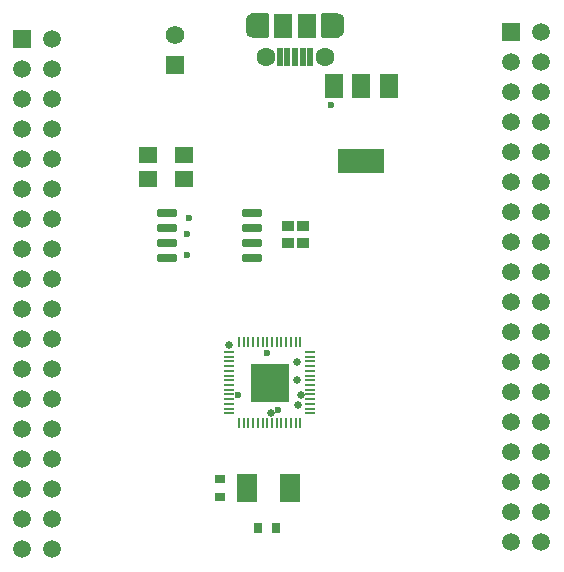
<source format=gbr>
%TF.GenerationSoftware,Altium Limited,Altium Designer,24.10.1 (45)*%
G04 Layer_Color=8388736*
%FSLAX45Y45*%
%MOMM*%
%TF.SameCoordinates,4DA1E9EC-797C-4A4C-9375-46A5AD340D12*%
%TF.FilePolarity,Negative*%
%TF.FileFunction,Soldermask,Top*%
%TF.Part,Single*%
G01*
G75*
%TA.AperFunction,SMDPad,CuDef*%
%ADD15R,0.81280X0.17780*%
%ADD16R,0.17780X0.81280*%
%ADD17R,3.20040X3.20040*%
%ADD18R,0.90000X0.80000*%
%ADD21R,1.70000X2.40000*%
%ADD22R,0.80000X0.90000*%
%TA.AperFunction,ComponentPad*%
%ADD34C,1.57000*%
%ADD35R,1.57000X1.57000*%
%TA.AperFunction,NonConductor*%
%ADD51C,0.65000*%
%TA.AperFunction,SMDPad,CuDef*%
%ADD52R,0.55000X1.50000*%
%ADD53R,1.65000X2.05000*%
%ADD54R,3.95000X2.15000*%
%ADD55R,1.65000X2.15000*%
%ADD56R,1.60000X1.35000*%
G04:AMPARAMS|DCode=57|XSize=1.76mm|YSize=0.73mm|CornerRadius=0.1475mm|HoleSize=0mm|Usage=FLASHONLY|Rotation=0.000|XOffset=0mm|YOffset=0mm|HoleType=Round|Shape=RoundedRectangle|*
%AMROUNDEDRECTD57*
21,1,1.76000,0.43500,0,0,0.0*
21,1,1.46500,0.73000,0,0,0.0*
1,1,0.29500,0.73250,-0.21750*
1,1,0.29500,-0.73250,-0.21750*
1,1,0.29500,-0.73250,0.21750*
1,1,0.29500,0.73250,0.21750*
%
%ADD57ROUNDEDRECTD57*%
%ADD58R,1.05000X0.85000*%
%TA.AperFunction,ComponentPad*%
%ADD59C,1.52000*%
%ADD60R,1.52000X1.52000*%
%ADD61C,1.60000*%
%TA.AperFunction,ViaPad*%
%ADD62C,0.60000*%
%ADD63C,0.65000*%
G36*
X2308177Y4842831D02*
X2309325Y4842555D01*
X2310415Y4842103D01*
X2311422Y4841486D01*
X2312320Y4840720D01*
X2313086Y4839822D01*
X2313703Y4838816D01*
X2314155Y4837725D01*
X2314430Y4836577D01*
X2314523Y4835400D01*
Y4645400D01*
X2314430Y4644223D01*
X2314155Y4643075D01*
X2313703Y4641984D01*
X2313086Y4640978D01*
X2312320Y4640080D01*
X2311422Y4639314D01*
X2310415Y4638697D01*
X2309325Y4638245D01*
X2308177Y4637969D01*
X2307000Y4637877D01*
X2177000D01*
X2175823Y4637969D01*
X2174675Y4638245D01*
X2173584Y4638697D01*
X2172578Y4639314D01*
X2171680Y4640080D01*
X2170914Y4640978D01*
X2170297Y4641984D01*
X2169845Y4643075D01*
X2169569Y4644223D01*
X2169477Y4645400D01*
Y4687874D01*
X2127002D01*
X2125825Y4687967D01*
X2124677Y4688242D01*
X2123587Y4688694D01*
X2122580Y4689311D01*
X2121814Y4689965D01*
X2121683Y4690077D01*
Y4690077D01*
X2121682D01*
X2121571Y4690208D01*
X2120916Y4690975D01*
X2120299Y4691981D01*
X2119847Y4693072D01*
X2119572Y4694220D01*
X2119479Y4695397D01*
X2119477Y4785400D01*
D01*
Y4785400D01*
X2119569Y4786577D01*
X2119845Y4787725D01*
X2120296Y4788815D01*
X2120913Y4789822D01*
X2121568Y4790588D01*
X2121680Y4790719D01*
X2121680D01*
Y4790720D01*
X2121811Y4790831D01*
X2122577Y4791486D01*
X2123584Y4792103D01*
X2124675Y4792555D01*
X2125823Y4792830D01*
X2127000Y4792923D01*
D01*
X2127000D01*
X2169477D01*
Y4835400D01*
X2169569Y4836577D01*
X2169845Y4837725D01*
X2170297Y4838816D01*
X2170914Y4839822D01*
X2171680Y4840720D01*
X2172578Y4841486D01*
X2173584Y4842103D01*
X2174675Y4842555D01*
X2175823Y4842831D01*
X2177000Y4842923D01*
X2307000D01*
X2308177Y4842831D01*
D02*
G37*
G36*
X2898177D02*
X2899325Y4842555D01*
X2900416Y4842103D01*
X2901422Y4841486D01*
X2902320Y4840720D01*
X2903086Y4839822D01*
X2903703Y4838816D01*
X2904155Y4837725D01*
X2904431Y4836577D01*
X2904523Y4835400D01*
Y4792926D01*
X2946998D01*
X2948175Y4792833D01*
X2949323Y4792558D01*
X2950413Y4792106D01*
X2951420Y4791489D01*
X2952186Y4790835D01*
X2952317Y4790723D01*
Y4790722D01*
X2952318D01*
X2952429Y4790592D01*
X2953084Y4789825D01*
X2953701Y4788818D01*
X2954153Y4787728D01*
X2954428Y4786580D01*
X2954521Y4785403D01*
X2954523Y4695400D01*
D01*
Y4695400D01*
X2954431Y4694223D01*
X2954155Y4693075D01*
X2953704Y4691985D01*
X2953087Y4690978D01*
X2952432Y4690212D01*
X2952320Y4690081D01*
X2952320D01*
Y4690080D01*
X2952189Y4689969D01*
X2951423Y4689314D01*
X2950416Y4688697D01*
X2949325Y4688245D01*
X2948177Y4687970D01*
X2947000Y4687877D01*
D01*
X2947000D01*
X2904523D01*
Y4645400D01*
X2904431Y4644223D01*
X2904155Y4643075D01*
X2903703Y4641984D01*
X2903086Y4640978D01*
X2902320Y4640080D01*
X2901422Y4639314D01*
X2900416Y4638697D01*
X2899325Y4638245D01*
X2898177Y4637969D01*
X2897000Y4637877D01*
X2767000D01*
X2765823Y4637969D01*
X2764675Y4638245D01*
X2763585Y4638697D01*
X2762578Y4639314D01*
X2761680Y4640080D01*
X2760914Y4640978D01*
X2760297Y4641984D01*
X2759845Y4643075D01*
X2759570Y4644223D01*
X2759477Y4645400D01*
Y4835400D01*
X2759570Y4836577D01*
X2759845Y4837725D01*
X2760297Y4838816D01*
X2760914Y4839822D01*
X2761680Y4840720D01*
X2762578Y4841486D01*
X2763585Y4842103D01*
X2764675Y4842555D01*
X2765823Y4842831D01*
X2767000Y4842923D01*
X2897000D01*
X2898177Y4842831D01*
D02*
G37*
D15*
X1981540Y1977040D02*
D03*
Y1937040D02*
D03*
Y1897040D02*
D03*
Y1857040D02*
D03*
Y1817040D02*
D03*
Y1777040D02*
D03*
Y1737040D02*
D03*
Y1697040D02*
D03*
Y1657040D02*
D03*
Y1617040D02*
D03*
Y1577040D02*
D03*
Y1537040D02*
D03*
Y1497040D02*
D03*
Y1457040D02*
D03*
X2662260D02*
D03*
Y1497040D02*
D03*
Y1537040D02*
D03*
Y1577040D02*
D03*
Y1617040D02*
D03*
Y1657040D02*
D03*
Y1697040D02*
D03*
Y1737040D02*
D03*
Y1777040D02*
D03*
Y1817040D02*
D03*
Y1857040D02*
D03*
Y1897040D02*
D03*
Y1937040D02*
D03*
Y1977040D02*
D03*
D16*
X2061900Y1376680D02*
D03*
X2101900D02*
D03*
X2141900D02*
D03*
X2181900D02*
D03*
X2221900D02*
D03*
X2261900D02*
D03*
X2301900D02*
D03*
X2341900D02*
D03*
X2381900D02*
D03*
X2421900D02*
D03*
X2461900D02*
D03*
X2501900D02*
D03*
X2541900D02*
D03*
X2581900D02*
D03*
Y2057400D02*
D03*
X2541900D02*
D03*
X2501900D02*
D03*
X2461900D02*
D03*
X2421900D02*
D03*
X2381900D02*
D03*
X2341900D02*
D03*
X2301900D02*
D03*
X2261900D02*
D03*
X2221900D02*
D03*
X2181900D02*
D03*
X2141900D02*
D03*
X2101900D02*
D03*
X2061900D02*
D03*
D17*
X2321900Y1717040D02*
D03*
D18*
X1905000Y899299D02*
D03*
Y749300D02*
D03*
D21*
X2126400Y825500D02*
D03*
X2496400D02*
D03*
D22*
X2223701Y482600D02*
D03*
X2373699D02*
D03*
D34*
X1524000Y4660900D02*
D03*
D35*
Y4406900D02*
D03*
D51*
X2922000Y4785400D02*
G03*
X2922000Y4785400I-25000J0D01*
G01*
Y4695400D02*
G03*
X2922000Y4695400I-25000J0D01*
G01*
X2202000Y4785400D02*
G03*
X2202000Y4785400I-25000J0D01*
G01*
Y4695400D02*
G03*
X2202000Y4695400I-25000J0D01*
G01*
D52*
X2667000Y4470400D02*
D03*
X2602000D02*
D03*
X2537000D02*
D03*
X2472000D02*
D03*
X2407000D02*
D03*
D53*
X2637000Y4740400D02*
D03*
X2437000D02*
D03*
D54*
X3098800Y3596600D02*
D03*
D55*
X2868800Y4226600D02*
D03*
X3098800D02*
D03*
X3328800D02*
D03*
D56*
X1600200Y3443300D02*
D03*
Y3643300D02*
D03*
X1295400Y3443300D02*
D03*
Y3643300D02*
D03*
D57*
X2171700Y3149600D02*
D03*
Y3022600D02*
D03*
Y2895600D02*
D03*
Y2768600D02*
D03*
X1450700D02*
D03*
Y2895600D02*
D03*
Y3022600D02*
D03*
Y3149600D02*
D03*
D58*
X2476500Y2901800D02*
D03*
Y3041800D02*
D03*
X2603500Y2901800D02*
D03*
Y3041800D02*
D03*
D59*
X4622800Y368300D02*
D03*
X4368800D02*
D03*
X4622800Y622300D02*
D03*
X4368800D02*
D03*
X4622800Y876300D02*
D03*
X4368800D02*
D03*
X4622800Y1130300D02*
D03*
X4368800D02*
D03*
X4622800Y1384300D02*
D03*
X4368800D02*
D03*
X4622800Y1638300D02*
D03*
X4368800D02*
D03*
X4622800Y1892300D02*
D03*
X4368800D02*
D03*
X4622800Y2146300D02*
D03*
X4368800D02*
D03*
X4622800Y2400300D02*
D03*
X4368800D02*
D03*
X4622800Y2654300D02*
D03*
X4368800D02*
D03*
X4622800Y2908300D02*
D03*
X4368800D02*
D03*
X4622800Y3162300D02*
D03*
X4368800D02*
D03*
X4622800Y3416300D02*
D03*
X4368800D02*
D03*
X4622800Y3670300D02*
D03*
X4368800D02*
D03*
X4622800Y3924300D02*
D03*
X4368800D02*
D03*
X4622800Y4178300D02*
D03*
X4368800D02*
D03*
X4622800Y4432300D02*
D03*
X4368800D02*
D03*
X4622800Y4686300D02*
D03*
X482600Y4622800D02*
D03*
X228600Y4368800D02*
D03*
X482600D02*
D03*
X228600Y4114800D02*
D03*
X482600D02*
D03*
X228600Y3860800D02*
D03*
X482600D02*
D03*
X228600Y3606800D02*
D03*
X482600D02*
D03*
X228600Y3352800D02*
D03*
X482600D02*
D03*
X228600Y3098800D02*
D03*
X482600D02*
D03*
X228600Y2844800D02*
D03*
X482600D02*
D03*
X228600Y2590800D02*
D03*
X482600D02*
D03*
X228600Y2336800D02*
D03*
X482600D02*
D03*
X228600Y2082800D02*
D03*
X482600D02*
D03*
X228600Y1828800D02*
D03*
X482600D02*
D03*
X228600Y1574800D02*
D03*
X482600D02*
D03*
X228600Y1320800D02*
D03*
X482600D02*
D03*
X228600Y1066800D02*
D03*
X482600D02*
D03*
X228600Y812800D02*
D03*
X482600D02*
D03*
X228600Y558800D02*
D03*
X482600D02*
D03*
X228600Y304800D02*
D03*
X482600D02*
D03*
D60*
X4368800Y4686300D02*
D03*
X228600Y4622800D02*
D03*
D61*
X2287000Y4470400D02*
D03*
X2787000D02*
D03*
D62*
X2057400Y1612900D02*
D03*
X1638300Y3111500D02*
D03*
X1625600Y2794000D02*
D03*
Y2971800D02*
D03*
X2844800Y4064000D02*
D03*
X2390644Y1487422D02*
D03*
X2298700Y1968500D02*
D03*
X2374900Y482600D02*
D03*
D63*
X2550117Y1892736D02*
D03*
Y1740336D02*
D03*
X2565400Y1524000D02*
D03*
X2590800Y1612900D02*
D03*
X1981200Y2032000D02*
D03*
X2336800Y1460500D02*
D03*
%TF.MD5,57217da0e0f685f41622d975ab2e4643*%
M02*

</source>
